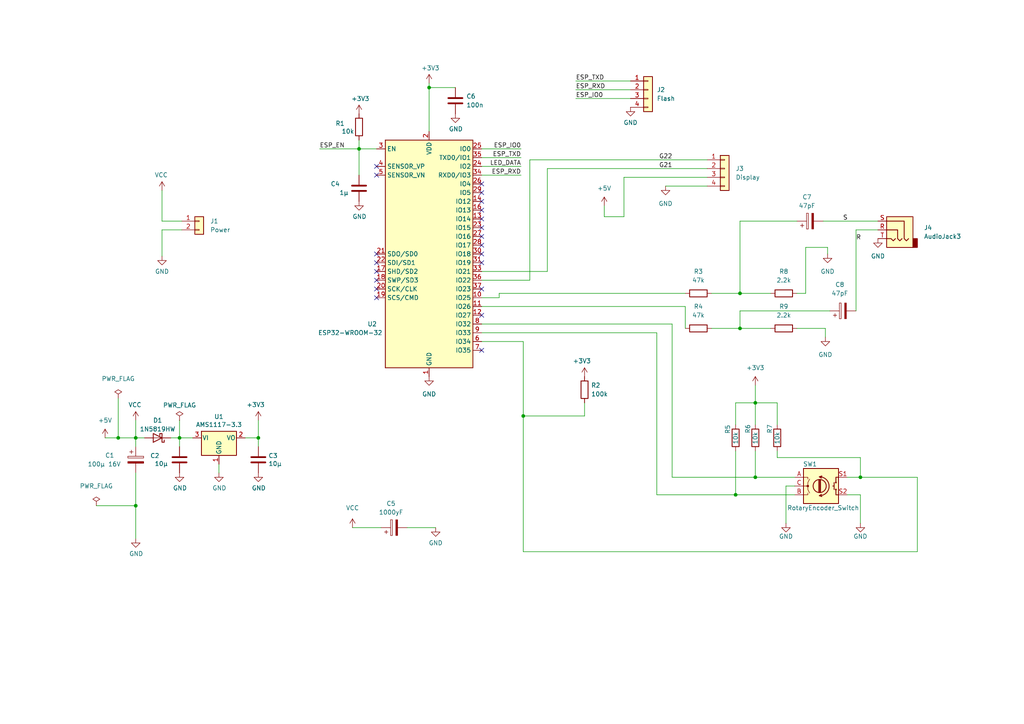
<source format=kicad_sch>
(kicad_sch (version 20211123) (generator eeschema)
  (paper "A4")
  (title_block (title "ESP32_Minimalistic") (date "2022-05-21") (rev "1.0"))
  (lib_symbols
    (symbol "Connector:AudioJack3"
      (property "Reference" "J" (at 0 8.89 0))
      (property "Value" "AudioJack3" (at 0 6.35 0))
      (symbol "AudioJack3_0_1"
        (rectangle (start -5.08 -5.08) (end -6.35 -2.54) (stroke (width 0.254)) (fill (type outline)))
        (polyline (pts (xy 0 -2.54) (xy 0.635 -3.175) (xy 1.27 -2.54) (xy 2.54 -2.54)) (stroke (width 0.254)))
        (polyline (pts (xy -1.905 -2.54) (xy -1.27 -3.175) (xy -0.635 -2.54) (xy -0.635 0) (xy 2.54 0)) (stroke (width 0.254)))
        (polyline (pts (xy 2.54 2.54) (xy -2.54 2.54) (xy -2.54 -2.54) (xy -3.175 -3.175) (xy -3.81 -2.54)) (stroke (width 0.254)))
        (rectangle (start 2.54 3.81) (end -5.08 -5.08) (stroke (width 0.254)) (fill (type background)))
      )
      (symbol "AudioJack3_1_1"
        (pin passive line (at 5.08 0 180) (length 2.54) (name "~") (number "R"))
        (pin passive line (at 5.08 2.54 180) (length 2.54) (name "~") (number "S"))
        (pin passive line (at 5.08 -2.54 180) (length 2.54) (name "~") (number "T"))
      )
    )
    (symbol "Connector_Generic:Conn_01x02" (pin_names (offset 1.016) hide)
      (property "Reference" "J" (at 0 2.54 0))
      (property "Value" "Conn_01x02" (at 0 -5.08 0))
      (symbol "Conn_01x02_1_1"
        (rectangle (start -1.27 -2.413) (end 0 -2.667) (stroke (width 0.1524)))
        (rectangle (start -1.27 0.127) (end 0 -0.127) (stroke (width 0.1524)))
        (rectangle (start -1.27 1.27) (end 1.27 -3.81) (stroke (width 0.254)) (fill (type background)))
        (pin passive line (at -5.08 0 0) (length 3.81) (name "Pin_1") (number "1"))
        (pin passive line (at -5.08 -2.54 0) (length 3.81) (name "Pin_2") (number "2"))
      )
    )
    (symbol "Connector_Generic:Conn_01x04" (pin_names (offset 1.016) hide)
      (property "Reference" "J" (at 0 5.08 0))
      (property "Value" "Conn_01x04" (at 0 -7.62 0))
      (symbol "Conn_01x04_1_1"
        (rectangle (start -1.27 -4.953) (end 0 -5.207) (stroke (width 0.1524)))
        (rectangle (start -1.27 -2.413) (end 0 -2.667) (stroke (width 0.1524)))
        (rectangle (start -1.27 0.127) (end 0 -0.127) (stroke (width 0.1524)))
        (rectangle (start -1.27 2.667) (end 0 2.413) (stroke (width 0.1524)))
        (rectangle (start -1.27 3.81) (end 1.27 -6.35) (stroke (width 0.254)) (fill (type background)))
        (pin passive line (at -5.08 2.54 0) (length 3.81) (name "Pin_1") (number "1"))
        (pin passive line (at -5.08 0 0) (length 3.81) (name "Pin_2") (number "2"))
        (pin passive line (at -5.08 -2.54 0) (length 3.81) (name "Pin_3") (number "3"))
        (pin passive line (at -5.08 -5.08 0) (length 3.81) (name "Pin_4") (number "4"))
      )
    )
    (symbol "Device:C" (pin_numbers hide) (pin_names (offset 0.254))
      (property "Reference" "C" (at 0.635 2.54 0))
      (property "Value" "C" (at 0.635 -2.54 0))
      (symbol "C_0_1"
        (polyline (pts (xy -2.032 -0.762) (xy 2.032 -0.762)) (stroke (width 0.508)))
        (polyline (pts (xy -2.032 0.762) (xy 2.032 0.762)) (stroke (width 0.508)))
      )
      (symbol "C_1_1"
        (pin passive line (at 0 3.81 270) (length 2.794) (name "~") (number "1"))
        (pin passive line (at 0 -3.81 90) (length 2.794) (name "~") (number "2"))
      )
    )
    (symbol "Device:C_Polarized" (pin_numbers hide) (pin_names (offset 0.254))
      (property "Reference" "C" (at 0.635 2.54 0))
      (property "Value" "C_Polarized" (at 0.635 -2.54 0))
      (symbol "C_Polarized_0_1"
        (rectangle (start -2.286 0.508) (end 2.286 1.016))
        (polyline (pts (xy -1.778 2.286) (xy -0.762 2.286)))
        (polyline (pts (xy -1.27 2.794) (xy -1.27 1.778)))
        (rectangle (start 2.286 -0.508) (end -2.286 -1.016) (fill (type outline)))
      )
      (symbol "C_Polarized_1_1"
        (pin passive line (at 0 3.81 270) (length 2.794) (name "~") (number "1"))
        (pin passive line (at 0 -3.81 90) (length 2.794) (name "~") (number "2"))
      )
    )
    (symbol "Device:D_Schottky" (pin_numbers hide) (pin_names (offset 1.016) hide)
      (property "Reference" "D" (at 0 2.54 0))
      (property "Value" "D_Schottky" (at 0 -2.54 0))
      (symbol "D_Schottky_0_1"
        (polyline (pts (xy 1.27 0) (xy -1.27 0)))
        (polyline (pts (xy 1.27 1.27) (xy 1.27 -1.27) (xy -1.27 0) (xy 1.27 1.27)) (stroke (width 0.254)))
        (polyline (pts (xy -1.905 0.635) (xy -1.905 1.27) (xy -1.27 1.27) (xy -1.27 -1.27) (xy -0.635 -1.27) (xy -0.635 -0.635)) (stroke (width 0.254)))
      )
      (symbol "D_Schottky_1_1"
        (pin passive line (at -3.81 0 0) (length 2.54) (name "K") (number "1"))
        (pin passive line (at 3.81 0 180) (length 2.54) (name "A") (number "2"))
      )
    )
    (symbol "Device:R" (pin_numbers hide) (pin_names (offset 0))
      (property "Reference" "R" (at 2.032 0 90))
      (property "Value" "R" (at 0 0 90))
      (symbol "R_0_1"
        (rectangle (start -1.016 -2.54) (end 1.016 2.54) (stroke (width 0.254)))
      )
      (symbol "R_1_1"
        (pin passive line (at 0 3.81 270) (length 1.27) (name "~") (number "1"))
        (pin passive line (at 0 -3.81 90) (length 1.27) (name "~") (number "2"))
      )
    )
    (symbol "Device:RotaryEncoder_Switch" (pin_names (offset 0.254) hide)
      (property "Reference" "SW" (at 0 6.604 0))
      (property "Value" "RotaryEncoder_Switch" (at 0 -6.604 0))
      (symbol "RotaryEncoder_Switch_0_1"
        (rectangle (start -5.08 5.08) (end 5.08 -5.08) (stroke (width 0.254)) (fill (type background)))
        (circle (center -3.81 0) (radius 0.254) (fill (type outline)))
        (arc (start -0.381 -2.794) (mid 2.3622 -0.0508) (end -0.381 2.667) (stroke (width 0.254)))
        (circle (center -0.381 0) (radius 1.905) (stroke (width 0.254)))
        (polyline (pts (xy -0.635 -1.778) (xy -0.635 1.778)) (stroke (width 0.254)))
        (polyline (pts (xy -0.381 -1.778) (xy -0.381 1.778)) (stroke (width 0.254)))
        (polyline (pts (xy -0.127 1.778) (xy -0.127 -1.778)) (stroke (width 0.254)))
        (polyline (pts (xy 3.81 0) (xy 3.429 0)) (stroke (width 0.254)))
        (polyline (pts (xy 3.81 1.016) (xy 3.81 -1.016)) (stroke (width 0.254)))
        (polyline (pts (xy -5.08 -2.54) (xy -3.81 -2.54) (xy -3.81 -2.032)))
        (polyline (pts (xy -5.08 2.54) (xy -3.81 2.54) (xy -3.81 2.032)))
        (polyline (pts (xy 0.254 -3.048) (xy -0.508 -2.794) (xy 0.127 -2.413)) (stroke (width 0.254)))
        (polyline (pts (xy 0.254 2.921) (xy -0.508 2.667) (xy 0.127 2.286)) (stroke (width 0.254)))
        (polyline (pts (xy 5.08 -2.54) (xy 4.318 -2.54) (xy 4.318 -1.016)) (stroke (width 0.254)))
        (polyline (pts (xy 5.08 2.54) (xy 4.318 2.54) (xy 4.318 1.016)) (stroke (width 0.254)))
        (polyline (pts (xy -5.08 0) (xy -3.81 0) (xy -3.81 -1.016) (xy -3.302 -2.032)))
        (polyline (pts (xy -4.318 0) (xy -3.81 0) (xy -3.81 1.016) (xy -3.302 2.032)))
        (circle (center 4.318 -1.016) (radius 0.127) (stroke (width 0.254)))
        (circle (center 4.318 1.016) (radius 0.127) (stroke (width 0.254)))
      )
      (symbol "RotaryEncoder_Switch_1_1"
        (pin passive line (at -7.62 2.54 0) (length 2.54) (name "A") (number "A"))
        (pin passive line (at -7.62 -2.54 0) (length 2.54) (name "B") (number "B"))
        (pin passive line (at -7.62 0 0) (length 2.54) (name "C") (number "C"))
        (pin passive line (at 7.62 2.54 180) (length 2.54) (name "S1") (number "S1"))
        (pin passive line (at 7.62 -2.54 180) (length 2.54) (name "S2") (number "S2"))
      )
    )
    (symbol "RF_Module:ESP32-WROOM-32"
      (property "Reference" "U" (at -12.7 34.29 0))
      (property "Value" "ESP32-WROOM-32" (at 1.27 34.29 0))
      (symbol "ESP32-WROOM-32_0_1"
        (rectangle (start -12.7 33.02) (end 12.7 -33.02) (stroke (width 0.254)) (fill (type background)))
      )
      (symbol "ESP32-WROOM-32_1_1"
        (pin power_in line (at 0 -35.56 90) (length 2.54) (name "GND") (number "1"))
        (pin bidirectional line (at 15.24 -12.7 180) (length 2.54) (name "IO25") (number "10"))
        (pin bidirectional line (at 15.24 -15.24 180) (length 2.54) (name "IO26") (number "11"))
        (pin bidirectional line (at 15.24 -17.78 180) (length 2.54) (name "IO27") (number "12"))
        (pin bidirectional line (at 15.24 10.16 180) (length 2.54) (name "IO14") (number "13"))
        (pin bidirectional line (at 15.24 15.24 180) (length 2.54) (name "IO12") (number "14"))
        (pin passive line (at 0 -35.56 90) (length 2.54) hide (name "GND") (number "15"))
        (pin bidirectional line (at 15.24 12.7 180) (length 2.54) (name "IO13") (number "16"))
        (pin bidirectional line (at -15.24 -5.08 0) (length 2.54) (name "SHD/SD2") (number "17"))
        (pin bidirectional line (at -15.24 -7.62 0) (length 2.54) (name "SWP/SD3") (number "18"))
        (pin bidirectional line (at -15.24 -12.7 0) (length 2.54) (name "SCS/CMD") (number "19"))
        (pin power_in line (at 0 35.56 270) (length 2.54) (name "VDD") (number "2"))
        (pin bidirectional line (at -15.24 -10.16 0) (length 2.54) (name "SCK/CLK") (number "20"))
        (pin bidirectional line (at -15.24 0 0) (length 2.54) (name "SDO/SD0") (number "21"))
        (pin bidirectional line (at -15.24 -2.54 0) (length 2.54) (name "SDI/SD1") (number "22"))
        (pin bidirectional line (at 15.24 7.62 180) (length 2.54) (name "IO15") (number "23"))
        (pin bidirectional line (at 15.24 25.4 180) (length 2.54) (name "IO2") (number "24"))
        (pin bidirectional line (at 15.24 30.48 180) (length 2.54) (name "IO0") (number "25"))
        (pin bidirectional line (at 15.24 20.32 180) (length 2.54) (name "IO4") (number "26"))
        (pin bidirectional line (at 15.24 5.08 180) (length 2.54) (name "IO16") (number "27"))
        (pin bidirectional line (at 15.24 2.54 180) (length 2.54) (name "IO17") (number "28"))
        (pin bidirectional line (at 15.24 17.78 180) (length 2.54) (name "IO5") (number "29"))
        (pin input line (at -15.24 30.48 0) (length 2.54) (name "EN") (number "3"))
        (pin bidirectional line (at 15.24 0 180) (length 2.54) (name "IO18") (number "30"))
        (pin bidirectional line (at 15.24 -2.54 180) (length 2.54) (name "IO19") (number "31"))
        (pin no_connect line (at -12.7 -27.94 0) (length 2.54) hide (name "NC") (number "32"))
        (pin bidirectional line (at 15.24 -5.08 180) (length 2.54) (name "IO21") (number "33"))
        (pin bidirectional line (at 15.24 22.86 180) (length 2.54) (name "RXD0/IO3") (number "34"))
        (pin bidirectional line (at 15.24 27.94 180) (length 2.54) (name "TXD0/IO1") (number "35"))
        (pin bidirectional line (at 15.24 -7.62 180) (length 2.54) (name "IO22") (number "36"))
        (pin bidirectional line (at 15.24 -10.16 180) (length 2.54) (name "IO23") (number "37"))
        (pin passive line (at 0 -35.56 90) (length 2.54) hide (name "GND") (number "38"))
        (pin passive line (at 0 -35.56 90) (length 2.54) hide (name "GND") (number "39"))
        (pin input line (at -15.24 25.4 0) (length 2.54) (name "SENSOR_VP") (number "4"))
        (pin input line (at -15.24 22.86 0) (length 2.54) (name "SENSOR_VN") (number "5"))
        (pin input line (at 15.24 -25.4 180) (length 2.54) (name "IO34") (number "6"))
        (pin input line (at 15.24 -27.94 180) (length 2.54) (name "IO35") (number "7"))
        (pin bidirectional line (at 15.24 -20.32 180) (length 2.54) (name "IO32") (number "8"))
        (pin bidirectional line (at 15.24 -22.86 180) (length 2.54) (name "IO33") (number "9"))
      )
    )
    (symbol "Regulator_Linear:AMS1117-3.3" (pin_names (offset 0.254))
      (property "Reference" "U" (at -3.81 3.175 0))
      (property "Value" "AMS1117-3.3" (at 0 3.175 0))
      (symbol "AMS1117-3.3_0_1"
        (rectangle (start -5.08 -5.08) (end 5.08 1.905) (stroke (width 0.254)) (fill (type background)))
      )
      (symbol "AMS1117-3.3_1_1"
        (pin power_in line (at 0 -7.62 90) (length 2.54) (name "GND") (number "1"))
        (pin power_out line (at 7.62 0 180) (length 2.54) (name "VO") (number "2"))
        (pin power_in line (at -7.62 0 0) (length 2.54) (name "VI") (number "3"))
      )
    )
    (symbol "power:+3.3V" (power) (pin_names (offset 0))
      (property "Value" "+3.3V" (at 0 3.556 0))
      (symbol "+3.3V_0_1"
        (polyline (pts (xy -0.762 1.27) (xy 0 2.54)))
        (polyline (pts (xy 0 0) (xy 0 2.54)))
        (polyline (pts (xy 0 2.54) (xy 0.762 1.27)))
      )
      (symbol "+3.3V_1_1"
        (pin power_in line (at 0 0 90) (length 0) hide (name "+3V3") (number "1"))
      )
    )
    (symbol "power:+3V3" (power) (pin_names (offset 0))
      (property "Value" "+3V3" (at 0 3.556 0))
      (symbol "+3V3_0_1"
        (polyline (pts (xy -0.762 1.27) (xy 0 2.54)))
        (polyline (pts (xy 0 0) (xy 0 2.54)))
        (polyline (pts (xy 0 2.54) (xy 0.762 1.27)))
      )
      (symbol "+3V3_1_1"
        (pin power_in line (at 0 0 90) (length 0) hide (name "+3V3") (number "1"))
      )
    )
    (symbol "power:+5V" (power) (pin_names (offset 0))
      (property "Value" "+5V" (at 0 3.556 0))
      (symbol "+5V_0_1"
        (polyline (pts (xy -0.762 1.27) (xy 0 2.54)))
        (polyline (pts (xy 0 0) (xy 0 2.54)))
        (polyline (pts (xy 0 2.54) (xy 0.762 1.27)))
      )
      (symbol "+5V_1_1"
        (pin power_in line (at 0 0 90) (length 0) hide (name "+5V") (number "1"))
      )
    )
    (symbol "power:GND" (power) (pin_names (offset 0))
      (property "Value" "GND" (at 0 -3.81 0))
      (symbol "GND_0_1"
        (polyline (pts (xy 0 0) (xy 0 -1.27) (xy 1.27 -1.27) (xy 0 -2.54) (xy -1.27 -1.27) (xy 0 -1.27)))
      )
      (symbol "GND_1_1"
        (pin power_in line (at 0 0 270) (length 0) hide (name "GND") (number "1"))
      )
    )
    (symbol "power:PWR_FLAG" (power) (pin_numbers hide) (pin_names (offset 0) hide)
      (property "Value" "PWR_FLAG" (at 0 3.81 0))
      (symbol "PWR_FLAG_0_0"
        (pin power_out line (at 0 0 90) (length 0) (name "pwr") (number "1"))
      )
      (symbol "PWR_FLAG_0_1"
        (polyline (pts (xy 0 0) (xy 0 1.27) (xy -1.016 1.905) (xy 0 2.54) (xy 1.016 1.905) (xy 0 1.27)))
      )
    )
    (symbol "power:VCC" (power) (pin_names (offset 0))
      (property "Value" "VCC" (at 0 3.81 0))
      (symbol "VCC_0_1"
        (polyline (pts (xy -0.762 1.27) (xy 0 2.54)))
        (polyline (pts (xy 0 0) (xy 0 2.54)))
        (polyline (pts (xy 0 2.54) (xy 0.762 1.27)))
      )
      (symbol "VCC_1_1"
        (pin power_in line (at 0 0 90) (length 0) hide (name "VCC") (number "1"))
      )
    )
  )
  (junction (at 39.37 146.685))
  (junction (at 124.46 25.4))
  (junction (at 104.14 43.18))
  (junction (at 214.63 95.25))
  (junction (at 74.93 127))
  (junction (at 219.075 138.43))
  (junction (at 151.765 120.65))
  (junction (at 249.555 138.43))
  (junction (at 219.075 116.84))
  (junction (at 39.37 127))
  (junction (at 213.36 143.51))
  (junction (at 52.07 127))
  (junction (at 214.63 85.09))
  (junction (at 34.29 127))
  (no_connect (at 109.22 50.8))
  (no_connect (at 109.22 73.66))
  (no_connect (at 109.22 76.2))
  (no_connect (at 109.22 78.74))
  (no_connect (at 109.22 81.28))
  (no_connect (at 109.22 83.82))
  (no_connect (at 109.22 86.36))
  (no_connect (at 139.7 53.34))
  (no_connect (at 109.22 48.26))
  (no_connect (at 139.7 55.88))
  (no_connect (at 139.7 58.42))
  (no_connect (at 139.7 63.5))
  (no_connect (at 139.7 71.12))
  (no_connect (at 139.7 66.04))
  (no_connect (at 139.7 91.44))
  (no_connect (at 139.7 83.82))
  (no_connect (at 139.7 76.2))
  (no_connect (at 139.7 73.66))
  (no_connect (at 139.7 60.96))
  (no_connect (at 139.7 68.58))
  (no_connect (at 139.7 101.6))
  (wire (pts (xy 104.14 43.18) (xy 104.14 50.8)))
  (wire (pts (xy 139.7 96.52) (xy 190.5 96.52)))
  (wire (pts (xy 245.745 143.51) (xy 249.555 143.51)))
  (wire (pts (xy 52.705 66.675) (xy 46.99 66.675)))
  (wire (pts (xy 225.425 132.715) (xy 249.555 132.715)))
  (wire (pts (xy 39.37 146.685) (xy 39.37 156.21)))
  (wire (pts (xy 52.07 127) (xy 55.88 127)))
  (wire (pts (xy 225.425 123.19) (xy 225.425 116.84)))
  (wire (pts (xy 167.005 23.495) (xy 182.88 23.495)))
  (wire (pts (xy 46.99 64.135) (xy 52.705 64.135)))
  (wire (pts (xy 214.63 95.25) (xy 223.52 95.25)))
  (wire (pts (xy 198.755 88.9) (xy 139.7 88.9)))
  (wire (pts (xy 34.29 115.57) (xy 34.29 127)))
  (wire (pts (xy 227.965 140.97) (xy 227.965 151.765)))
  (wire (pts (xy 52.07 127) (xy 52.07 129.54)))
  (wire (pts (xy 158.75 48.895) (xy 205.105 48.895)))
  (wire (pts (xy 225.425 130.81) (xy 225.425 132.715)))
  (wire (pts (xy 231.14 95.25) (xy 239.395 95.25)))
  (wire (pts (xy 104.14 40.64) (xy 104.14 43.18)))
  (wire (pts (xy 249.555 138.43) (xy 266.065 138.43)))
  (wire (pts (xy 214.63 64.135) (xy 231.14 64.135)))
  (wire (pts (xy 190.5 143.51) (xy 190.5 96.52)))
  (wire (pts (xy 194.945 138.43) (xy 219.075 138.43)))
  (wire (pts (xy 190.5 143.51) (xy 213.36 143.51)))
  (wire (pts (xy 214.63 64.135) (xy 214.63 85.09)))
  (wire (pts (xy 175.26 62.865) (xy 175.26 59.69)))
  (wire (pts (xy 74.93 121.92) (xy 74.93 127)))
  (wire (pts (xy 49.53 127) (xy 52.07 127)))
  (wire (pts (xy 139.7 99.06) (xy 151.765 99.06)))
  (wire (pts (xy 213.36 143.51) (xy 213.36 130.81)))
  (wire (pts (xy 63.5 134.62) (xy 63.5 137.16)))
  (wire (pts (xy 169.545 116.84) (xy 169.545 120.65)))
  (wire (pts (xy 206.375 85.09) (xy 214.63 85.09)))
  (wire (pts (xy 74.93 127) (xy 74.93 129.54)))
  (wire (pts (xy 39.37 121.92) (xy 39.37 127)))
  (wire (pts (xy 248.285 66.675) (xy 254.635 66.675)))
  (wire (pts (xy 198.755 85.09) (xy 144.78 85.09)))
  (wire (pts (xy 34.29 127) (xy 39.37 127)))
  (wire (pts (xy 249.555 132.715) (xy 249.555 138.43)))
  (wire (pts (xy 225.425 116.84) (xy 219.075 116.84)))
  (wire (pts (xy 139.7 45.72) (xy 151.13 45.72)))
  (wire (pts (xy 230.505 140.97) (xy 227.965 140.97)))
  (wire (pts (xy 249.555 143.51) (xy 249.555 151.765)))
  (wire (pts (xy 214.63 90.17) (xy 240.665 90.17)))
  (wire (pts (xy 144.78 86.36) (xy 139.7 86.36)))
  (wire (pts (xy 180.975 51.435) (xy 180.975 62.865)))
  (wire (pts (xy 39.37 137.16) (xy 39.37 146.685)))
  (wire (pts (xy 240.03 71.755) (xy 240.03 73.66)))
  (wire (pts (xy 230.505 138.43) (xy 219.075 138.43)))
  (wire (pts (xy 219.075 138.43) (xy 219.075 130.81)))
  (wire (pts (xy 124.46 25.4) (xy 132.08 25.4)))
  (wire (pts (xy 213.36 116.84) (xy 219.075 116.84)))
  (wire (pts (xy 139.7 48.26) (xy 151.13 48.26)))
  (wire (pts (xy 248.285 90.17) (xy 248.285 66.675)))
  (wire (pts (xy 198.755 95.25) (xy 198.755 88.9)))
  (wire (pts (xy 214.63 85.09) (xy 223.52 85.09)))
  (wire (pts (xy 266.065 138.43) (xy 266.065 160.02)))
  (wire (pts (xy 239.395 95.25) (xy 239.395 97.79)))
  (wire (pts (xy 213.36 123.19) (xy 213.36 116.84)))
  (wire (pts (xy 158.75 48.895) (xy 158.75 78.74)))
  (wire (pts (xy 175.26 62.865) (xy 180.975 62.865)))
  (wire (pts (xy 167.005 26.035) (xy 182.88 26.035)))
  (wire (pts (xy 104.14 43.18) (xy 109.22 43.18)))
  (wire (pts (xy 151.765 120.65) (xy 151.765 99.06)))
  (wire (pts (xy 153.67 46.355) (xy 153.67 81.28)))
  (wire (pts (xy 118.11 153.035) (xy 126.365 153.035)))
  (wire (pts (xy 231.14 85.09) (xy 233.68 85.09)))
  (wire (pts (xy 167.005 28.575) (xy 182.88 28.575)))
  (wire (pts (xy 219.075 111.76) (xy 219.075 116.84)))
  (wire (pts (xy 158.75 78.74) (xy 139.7 78.74)))
  (wire (pts (xy 124.46 25.4) (xy 124.46 38.1)))
  (wire (pts (xy 39.37 127) (xy 41.91 127)))
  (wire (pts (xy 139.7 43.18) (xy 151.13 43.18)))
  (wire (pts (xy 233.68 85.09) (xy 233.68 71.755)))
  (wire (pts (xy 124.46 24.13) (xy 124.46 25.4)))
  (wire (pts (xy 46.99 66.675) (xy 46.99 74.295)))
  (wire (pts (xy 169.545 120.65) (xy 151.765 120.65)))
  (wire (pts (xy 92.71 43.18) (xy 104.14 43.18)))
  (wire (pts (xy 249.555 138.43) (xy 245.745 138.43)))
  (wire (pts (xy 139.7 93.98) (xy 194.945 93.98)))
  (wire (pts (xy 102.235 153.035) (xy 110.49 153.035)))
  (wire (pts (xy 52.07 121.92) (xy 52.07 127)))
  (wire (pts (xy 233.68 71.755) (xy 240.03 71.755)))
  (wire (pts (xy 30.48 127) (xy 34.29 127)))
  (wire (pts (xy 144.78 85.09) (xy 144.78 86.36)))
  (wire (pts (xy 214.63 95.25) (xy 214.63 90.17)))
  (wire (pts (xy 238.76 64.135) (xy 254.635 64.135)))
  (wire (pts (xy 194.945 138.43) (xy 194.945 93.98)))
  (wire (pts (xy 266.065 160.02) (xy 151.765 160.02)))
  (wire (pts (xy 46.99 55.245) (xy 46.99 64.135)))
  (wire (pts (xy 27.94 146.685) (xy 39.37 146.685)))
  (wire (pts (xy 193.04 53.975) (xy 205.105 53.975)))
  (wire (pts (xy 153.67 46.355) (xy 205.105 46.355)))
  (wire (pts (xy 39.37 127) (xy 39.37 129.54)))
  (wire (pts (xy 139.7 50.8) (xy 151.13 50.8)))
  (wire (pts (xy 153.67 81.28) (xy 139.7 81.28)))
  (wire (pts (xy 71.12 127) (xy 74.93 127)))
  (wire (pts (xy 206.375 95.25) (xy 214.63 95.25)))
  (wire (pts (xy 151.765 160.02) (xy 151.765 120.65)))
  (wire (pts (xy 219.075 116.84) (xy 219.075 123.19)))
  (wire (pts (xy 205.105 51.435) (xy 180.975 51.435)))
  (wire (pts (xy 230.505 143.51) (xy 213.36 143.51)))
  (label "ESP_IO0" (at 167.005 28.575 0))
  (label "ESP_TXD" (at 151.13 45.72 180))
  (label "ESP_RXD" (at 167.005 26.035 0))
  (label "G22" (at 191.135 46.355 0))
  (label "ESP_TXD" (at 167.005 23.495 0))
  (label "ESP_IO0" (at 151.13 43.18 180))
  (label "S" (at 244.475 64.135 0))
  (label "G21" (at 191.135 48.895 0))
  (label "ESP_RXD" (at 151.13 50.8 180))
  (label "ESP_EN" (at 92.71 43.18 0))
  (label "R" (at 248.285 69.85 0))
  (label "LED_DATA" (at 151.13 48.26 180))
  (symbol (lib_id "power:GND") (at 126.365 153.035 0) (unit 1)
    (property "Reference" "#PWR015" (effects hide))
    (property "Value" "GND" (at 126.365 157.48 0))
  )
  (symbol (lib_id "power:VCC") (at 46.99 55.245 0) (unit 1)
    (property "Reference" "#PWR04" (effects hide))
    (property "Value" "VCC" (at 44.831 50.7492 0) (effects (justify left)))
  )
  (symbol (lib_id "power:+3.3V") (at 124.46 24.13 0) (unit 1)
    (property "Reference" "#PWR013" (effects hide))
    (property "Value" "+3.3V" (at 124.841 19.7358 0))
  )
  (symbol (lib_id "power:GND") (at 182.88 31.115 0) (unit 1)
    (property "Reference" "#PWR019" (effects hide))
    (property "Value" "GND" (at 182.88 35.56 0))
  )
  (symbol (lib_id "power:GND") (at 63.5 137.16 0) (unit 1)
    (property "Reference" "#PWR07" (effects hide))
    (property "Value" "GND" (at 63.627 141.5542 0))
  )
  (symbol (lib_id "Device:C_Polarized") (at 244.475 90.17 90) (unit 1)
    (property "Reference" "C8" (at 243.586 82.55 90))
    (property "Value" "47pF" (at 243.586 85.09 90))
    (property "Footprint" "Capacitor_THT:CP_Radial_D4.0mm_P2.00mm" (effects hide))
  )
  (symbol (lib_id "Device:R") (at 225.425 127 0) (unit 1)
    (property "Reference" "R7" (at 223.266 125.73 90) (effects (justify left)))
    (property "Value" "10k" (at 225.425 128.905 90) (effects (justify left)))
    (property "Footprint" "Resistor_THT:R_Axial_DIN0207_L6.3mm_D2.5mm_P10.16mm_Horizontal" (effects hide))
  )
  (symbol (lib_id "Connector_Generic:Conn_01x02") (at 57.785 64.135 0) (unit 1)
    (property "Reference" "J1" (at 60.96 64.1349 0) (effects (justify left)))
    (property "Value" "Power" (at 60.96 66.6749 0) (effects (justify left)))
    (property "Footprint" "Connector_PinHeader_2.54mm:PinHeader_1x02_P2.54mm_Vertical" (effects hide))
  )
  (symbol (lib_id "Device:C_Polarized") (at 39.37 133.35 0) (unit 1)
    (property "Reference" "C1" (at 30.48 132.0799 0) (effects (justify left)))
    (property "Value" "100µ 16V" (at 25.4 134.6199 0) (effects (justify left)))
    (property "Footprint" "Capacitor_SMD:CP_Elec_6.3x5.4" (effects hide))
  )
  (symbol (lib_id "Device:C") (at 104.14 54.61 0) (unit 1)
    (property "Reference" "C4" (at 95.885 53.34 0) (effects (justify left)))
    (property "Value" "1µ" (at 98.425 55.88 0) (effects (justify left)))
    (property "Footprint" "Capacitor_SMD:C_0603_1608Metric" (effects hide))
  )
  (symbol (lib_id "power:VCC") (at 39.37 121.92 0) (unit 1)
    (property "Reference" "#PWR02" (effects hide))
    (property "Value" "VCC" (at 37.211 117.4242 0) (effects (justify left)))
  )
  (symbol (lib_id "power:+3V3") (at 219.075 111.76 0) (unit 1)
    (property "Reference" "#PWR021" (effects hide))
    (property "Value" "+3V3" (at 219.075 106.68 0))
  )
  (symbol (lib_id "power:GND") (at 249.555 151.765 0) (unit 1)
    (property "Reference" "#PWR025" (effects hide))
    (property "Value" "GND" (at 249.555 155.575 0))
  )
  (symbol (lib_id "power:PWR_FLAG") (at 27.94 146.685 0) (unit 1)
    (property "Reference" "#FLG01" (effects hide))
    (property "Value" "PWR_FLAG" (at 27.94 140.97 0))
  )
  (symbol (lib_id "power:GND") (at 227.965 151.765 0) (unit 1)
    (property "Reference" "#PWR022" (effects hide))
    (property "Value" "GND" (at 227.965 155.575 0))
  )
  (symbol (lib_id "power:GND") (at 240.03 73.66 0) (unit 1)
    (property "Reference" "#PWR024" (effects hide))
    (property "Value" "GND" (at 240.03 78.74 0))
  )
  (symbol (lib_id "power:GND") (at 74.93 137.16 0) (unit 1)
    (property "Reference" "#PWR09" (effects hide))
    (property "Value" "GND" (at 75.057 141.5542 0))
  )
  (symbol (lib_id "power:PWR_FLAG") (at 52.07 121.92 0) (mirror y) (unit 1)
    (property "Reference" "#FLG03" (effects hide))
    (property "Value" "PWR_FLAG" (at 52.07 117.5258 0))
  )
  (symbol (lib_id "Connector_Generic:Conn_01x04") (at 210.185 48.895 0) (unit 1)
    (property "Reference" "J3" (at 213.36 48.8949 0) (effects (justify left)))
    (property "Value" "Display" (at 213.36 51.4349 0) (effects (justify left)))
    (property "Footprint" "Connector_PinHeader_2.54mm:PinHeader_1x04_P2.54mm_Vertical" (effects hide))
  )
  (symbol (lib_id "power:GND") (at 239.395 97.79 0) (unit 1)
    (property "Reference" "#PWR023" (effects hide))
    (property "Value" "GND" (at 239.395 102.87 0))
  )
  (symbol (lib_id "Device:R") (at 104.14 36.83 0) (unit 1)
    (property "Reference" "R1" (at 97.282 35.814 0) (effects (justify left)))
    (property "Value" "10k" (at 99.06 38.1 0) (effects (justify left)))
    (property "Footprint" "Resistor_SMD:R_0603_1608Metric" (effects hide))
  )
  (symbol (lib_id "Device:R") (at 227.33 95.25 90) (unit 1)
    (property "Reference" "R9" (at 227.33 88.9 90))
    (property "Value" "2.2k" (at 227.33 91.44 90))
    (property "Footprint" "Resistor_THT:R_Axial_DIN0309_L9.0mm_D3.2mm_P2.54mm_Vertical" (effects hide))
  )
  (symbol (lib_id "Device:R") (at 219.075 127 0) (unit 1)
    (property "Reference" "R6" (at 216.916 125.73 90) (effects (justify left)))
    (property "Value" "10k" (at 219.075 128.905 90) (effects (justify left)))
    (property "Footprint" "Resistor_THT:R_Axial_DIN0207_L6.3mm_D2.5mm_P10.16mm_Horizontal" (effects hide))
  )
  (symbol (lib_id "power:+5V") (at 30.48 127 0) (unit 1)
    (property "Reference" "#PWR01" (effects hide))
    (property "Value" "+5V" (at 30.48 121.92 0))
  )
  (symbol (lib_id "Device:R") (at 213.36 127 0) (unit 1)
    (property "Reference" "R5" (at 211.074 125.857 90) (effects (justify left)))
    (property "Value" "10k" (at 213.36 128.905 90) (effects (justify left)))
    (property "Footprint" "Resistor_THT:R_Axial_DIN0207_L6.3mm_D2.5mm_P10.16mm_Horizontal" (effects hide))
  )
  (symbol (lib_id "Device:C_Polarized") (at 234.95 64.135 90) (unit 1)
    (property "Reference" "C7" (at 234.061 57.15 90))
    (property "Value" "47pF" (at 234.061 59.69 90))
    (property "Footprint" "Capacitor_THT:CP_Radial_D4.0mm_P2.00mm" (effects hide))
  )
  (symbol (lib_id "power:+3.3V") (at 169.545 109.22 0) (unit 1)
    (property "Reference" "#PWR017" (effects hide))
    (property "Value" "+3.3V" (at 166.116 104.6988 0) (effects (justify left)))
  )
  (symbol (lib_id "Device:R") (at 202.565 85.09 90) (unit 1)
    (property "Reference" "R3" (at 202.565 78.74 90))
    (property "Value" "47k" (at 202.565 81.28 90))
    (property "Footprint" "Resistor_THT:R_Axial_DIN0309_L9.0mm_D3.2mm_P2.54mm_Vertical" (effects hide))
  )
  (symbol (lib_id "power:GND") (at 193.04 53.975 0) (unit 1)
    (property "Reference" "#PWR020" (effects hide))
    (property "Value" "GND" (at 193.04 59.055 0))
  )
  (symbol (lib_id "Connector:AudioJack3") (at 259.715 66.675 0) (mirror y) (unit 1)
    (property "Reference" "J4" (at 267.97 66.0399 0) (effects (justify right)))
    (property "Value" "AudioJack3" (at 267.97 68.5799 0) (effects (justify right)))
    (property "Footprint" "importedFootprint:AudioJack" (effects hide))
  )
  (symbol (lib_id "power:PWR_FLAG") (at 34.29 115.57 0) (unit 1)
    (property "Reference" "#FLG02" (effects hide))
    (property "Value" "PWR_FLAG" (at 34.29 109.855 0))
  )
  (symbol (lib_id "power:GND") (at 39.37 156.21 0) (unit 1)
    (property "Reference" "#PWR03" (effects hide))
    (property "Value" "GND" (at 39.497 160.6042 0))
  )
  (symbol (lib_id "power:GND") (at 132.08 33.02 0) (unit 1)
    (property "Reference" "#PWR016" (effects hide))
    (property "Value" "GND" (at 132.207 37.4142 0))
  )
  (symbol (lib_id "Device:R") (at 202.565 95.25 90) (unit 1)
    (property "Reference" "R4" (at 202.565 88.9 90))
    (property "Value" "47k" (at 202.565 91.44 90))
    (property "Footprint" "Resistor_THT:R_Axial_DIN0309_L9.0mm_D3.2mm_P2.54mm_Vertical" (effects hide))
  )
  (symbol (lib_id "Device:R") (at 227.33 85.09 90) (unit 1)
    (property "Reference" "R8" (at 227.33 78.74 90))
    (property "Value" "2.2k" (at 227.33 81.28 90))
    (property "Footprint" "Resistor_THT:R_Axial_DIN0309_L9.0mm_D3.2mm_P2.54mm_Vertical" (effects hide))
  )
  (symbol (lib_id "power:GND") (at 104.14 58.42 0) (unit 1)
    (property "Reference" "#PWR012" (effects hide))
    (property "Value" "GND" (at 104.267 62.8142 0))
  )
  (symbol (lib_id "Connector_Generic:Conn_01x04") (at 187.96 26.035 0) (unit 1)
    (property "Reference" "J2" (at 190.5 26.0349 0) (effects (justify left)))
    (property "Value" "Flash" (at 190.5 28.5749 0) (effects (justify left)))
    (property "Footprint" "Connector_PinHeader_2.54mm:PinHeader_1x04_P2.54mm_Vertical" (effects hide))
  )
  (symbol (lib_id "power:+3.3V") (at 104.14 33.02 0) (unit 1)
    (property "Reference" "#PWR011" (effects hide))
    (property "Value" "+3.3V" (at 104.521 28.6258 0))
  )
  (symbol (lib_id "power:GND") (at 254.635 69.215 0) (unit 1)
    (property "Reference" "#PWR026" (effects hide))
    (property "Value" "GND" (at 254.635 74.295 0))
  )
  (symbol (lib_id "Device:C") (at 132.08 29.21 0) (unit 1)
    (property "Reference" "C6" (at 135.255 27.94 0) (effects (justify left)))
    (property "Value" "100n" (at 135.255 30.48 0) (effects (justify left)))
    (property "Footprint" "Capacitor_SMD:C_0603_1608Metric" (effects hide))
  )
  (symbol (lib_id "power:+3.3V") (at 74.93 121.92 0) (unit 1)
    (property "Reference" "#PWR08" (effects hide))
    (property "Value" "+3.3V" (at 71.501 117.3988 0) (effects (justify left)))
  )
  (symbol (lib_id "Regulator_Linear:AMS1117-3.3") (at 63.5 127 0) (unit 1)
    (property "Reference" "U1" (at 63.5 120.8532 0))
    (property "Value" "AMS1117-3.3" (at 63.5 123.1646 0))
    (property "Footprint" "Package_TO_SOT_SMD:SOT-223-3_TabPin2" (effects hide))
    (property "Datasheet" "http://www.advanced-monolithic.com/pdf/ds1117.pdf" (effects hide))
  )
  (symbol (lib_id "RF_Module:ESP32-WROOM-32") (at 124.46 73.66 0) (unit 1)
    (property "Reference" "U2" (at 107.95 93.98 0))
    (property "Value" "ESP32-WROOM-32" (at 101.6 96.52 0))
    (property "Footprint" "RF_Module:ESP32-WROOM-32" (effects hide))
    (property "Datasheet" "https://www.espressif.com/sites/default/files/documentation/esp32-wroom-32_datasheet_en.pdf" (effects hide))
  )
  (symbol (lib_id "Device:C") (at 52.07 133.35 0) (unit 1)
    (property "Reference" "C2" (at 43.561 132.1816 0) (effects (justify left)))
    (property "Value" "10µ" (at 44.831 134.493 0) (effects (justify left)))
    (property "Footprint" "Capacitor_SMD:C_0603_1608Metric" (effects hide))
  )
  (symbol (lib_id "power:+5V") (at 175.26 59.69 0) (unit 1)
    (property "Reference" "#PWR018" (effects hide))
    (property "Value" "+5V" (at 175.26 54.61 0))
  )
  (symbol (lib_id "power:VCC") (at 102.235 153.035 0) (unit 1)
    (property "Reference" "#PWR010" (effects hide))
    (property "Value" "VCC" (at 102.235 147.32 0))
  )
  (symbol (lib_id "power:GND") (at 52.07 137.16 0) (unit 1)
    (property "Reference" "#PWR06" (effects hide))
    (property "Value" "GND" (at 52.197 141.5542 0))
  )
  (symbol (lib_id "Device:RotaryEncoder_Switch") (at 238.125 140.97 0) (unit 1)
    (property "Reference" "SW1" (at 234.95 134.62 0))
    (property "Value" "RotaryEncoder_Switch" (at 238.76 147.32 0))
    (property "Footprint" "Rotary_Encoder:RotaryEncoder_Alps_EC11E-Switch_Vertical_H20mm" (effects hide))
  )
  (symbol (lib_id "Device:C_Polarized") (at 114.3 153.035 90) (unit 1)
    (property "Reference" "C5" (at 113.411 146.05 90))
    (property "Value" "1000yF" (at 113.411 148.59 90))
    (property "Footprint" "Capacitor_THT:CP_Radial_D10.0mm_P2.50mm" (effects hide))
  )
  (symbol (lib_id "Device:D_Schottky") (at 45.72 127 180) (unit 1)
    (property "Reference" "D1" (at 45.72 121.92 0))
    (property "Value" "1N5819HW" (at 45.72 124.46 0))
    (property "Footprint" "Diode_SMD:D_SOD-123" (effects hide))
  )
  (symbol (lib_id "Device:C") (at 74.93 133.35 0) (unit 1)
    (property "Reference" "C3" (at 77.851 132.1816 0) (effects (justify left)))
    (property "Value" "10µ" (at 77.851 134.493 0) (effects (justify left)))
    (property "Footprint" "Capacitor_SMD:C_0603_1608Metric" (effects hide))
  )
  (symbol (lib_id "power:GND") (at 46.99 74.295 0) (unit 1)
    (property "Reference" "#PWR05" (effects hide))
    (property "Value" "GND" (at 46.99 78.74 0))
  )
  (symbol (lib_id "Device:R") (at 169.545 113.03 0) (unit 1)
    (property "Reference" "R2" (at 171.45 111.7599 0) (effects (justify left)))
    (property "Value" "100k" (at 171.45 114.2999 0) (effects (justify left)))
    (property "Footprint" "Resistor_THT:R_Axial_DIN0309_L9.0mm_D3.2mm_P2.54mm_Vertical" (effects hide))
  )
  (symbol (lib_id "power:GND") (at 124.46 109.22 0) (unit 1)
    (property "Reference" "#PWR014" (effects hide))
    (property "Value" "GND" (at 124.46 114.3 0))
  )
)
</source>
